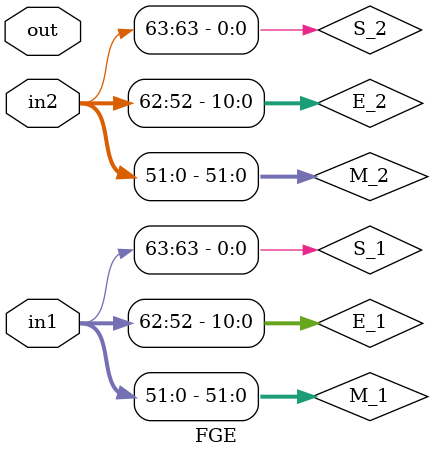
<source format=v>
`include "../FP_min_max/FPMax.v"

module FGE #(
    parameter BUS_WIDTH = 64
) (
    input [BUS_WIDTH-1:0] in1,
    input [BUS_WIDTH-1:0] in2,
    input [BUS_WIDTH-1:0] out
);
  // Main parameters
  localparam MANTISSA_SIZE = (BUS_WIDTH == 64) ? 52 : 23;
  localparam EXPONENT_SIZE = (BUS_WIDTH == 64) ? 11 : 8;
  localparam BIAS = (BUS_WIDTH == 64) ? 1023 : 127;

  localparam IS_NAN = (BUS_WIDTH == 64) ? 11'h7FF : 8'hFF;
  localparam NAN = (BUS_WIDTH == 64) ? 64'h7ff8000000000000 : 32'h7fc00000;
  localparam LESSER = (BUS_WIDTH == 64) ? 64'd0 : 32'd0;
  localparam GREATER_EQUAL = (BUS_WIDTH == 64) ? 64'd1 : 32'd1;
  // Extracting Sign, Exponent, Mantissa
  wire [MANTISSA_SIZE-1:0] M_1;
  wire [MANTISSA_SIZE-1:0] M_2;
  wire [EXPONENT_SIZE-1:0] E_1;
  wire [EXPONENT_SIZE-1:0] E_2;
  wire S_1;
  wire S_2;

  assign M_1 = in1[MANTISSA_SIZE-1:0];
  assign M_2 = in2[MANTISSA_SIZE-1:0];

  assign E_1 = in1[BUS_WIDTH-2:MANTISSA_SIZE];
  assign E_2 = in2[BUS_WIDTH-2:MANTISSA_SIZE];

  assign S_1 = in1[BUS_WIDTH-1];
  assign S_2 = in2[BUS_WIDTH-1];


  wire [BUS_WIDTH-1:0] max;
  FPMax #(
      .BUS_WIDTH(BUS_WIDTH)
  ) flt (
      .in1(in1),
      .in2(in2),
      .out(max)
  );

  wire is_nan_A = (E_1 == IS_NAN & |M_1);
  wire is_nan_B = (E_2 == IS_NAN & |M_2);
  wire is_nan = is_nan_A | is_nan_B;

  wire both_zero = ~|{in1[BUS_WIDTH-2:0], in2[BUS_WIDTH-2:0]};
  wire eq = (in1 == in2);
  assign out = (is_nan) ? (LESSER) : ((max == in1 | both_zero) ? (GREATER_EQUAL) : LESSER);


  // in1 >= in2
  //assign out = (in1 == in2) ? EQUAL : NOT_EQUAL;
endmodule

</source>
